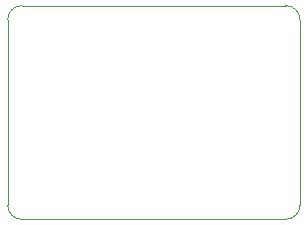
<source format=gbr>
G04 #@! TF.GenerationSoftware,KiCad,Pcbnew,(5.1.4)-1*
G04 #@! TF.CreationDate,2020-03-11T16:56:26-04:00*
G04 #@! TF.ProjectId,MicSwitchBoardElectret,4d696353-7769-4746-9368-426f61726445,rev?*
G04 #@! TF.SameCoordinates,Original*
G04 #@! TF.FileFunction,Profile,NP*
%FSLAX46Y46*%
G04 Gerber Fmt 4.6, Leading zero omitted, Abs format (unit mm)*
G04 Created by KiCad (PCBNEW (5.1.4)-1) date 2020-03-11 16:56:26*
%MOMM*%
%LPD*%
G04 APERTURE LIST*
%ADD10C,0.050000*%
G04 APERTURE END LIST*
D10*
X138750000Y-78800000D02*
G75*
G02X137550000Y-80000000I-1200000J0D01*
G01*
X115200000Y-80000000D02*
G75*
G02X114000000Y-78800000I0J1200000D01*
G01*
X137550000Y-61900000D02*
G75*
G02X138750000Y-63100000I0J-1200000D01*
G01*
X114000000Y-63100000D02*
G75*
G02X115200000Y-61900000I1200000J0D01*
G01*
X115200000Y-80000000D02*
X137550000Y-80000000D01*
X138750000Y-78800000D02*
X138750000Y-63100000D01*
X137550000Y-61900000D02*
X115200000Y-61900000D01*
X114000000Y-63100000D02*
X114000000Y-78800000D01*
M02*

</source>
